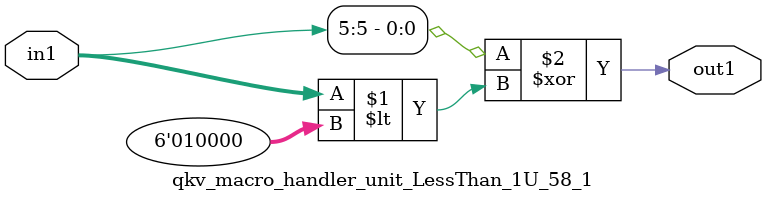
<source format=v>

`timescale 1ps / 1ps


module qkv_macro_handler_unit_LessThan_1U_58_1( in1, out1 );

    input [5:0] in1;
    output out1;

    
    // rtl_process:qkv_macro_handler_unit_LessThan_1U_58_1/qkv_macro_handler_unit_LessThan_1U_58_1_thread_1
    assign out1 = (in1[5] ^ in1 < 6'd16);

endmodule



</source>
